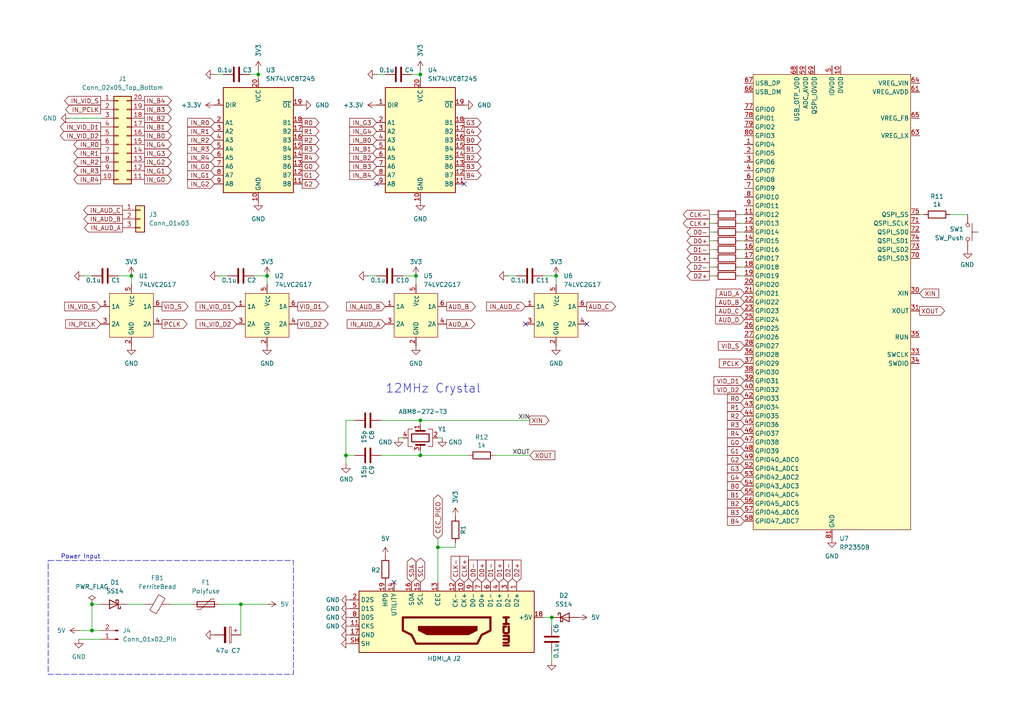
<source format=kicad_sch>
(kicad_sch (version 20250114) (generator "eeschema") (generator_version "9.0")
  (paper "A4")
  (rectangle (start 13.97 162.56) (end 85.09 195.58) (stroke (width 0) (type dash)))
  (text "Power Input" (at 23.368 161.544 0) (effects (font (size 1.27 1.27))))
  (text "12MHz Crystal" (at 111.76 114.3 0) (effects (font (size 2.54 2.54)) (justify left bottom)))
  (junction (at 38.1 80.01))
  (junction (at 160.02 179.07))
  (junction (at 26.67 175.26))
  (junction (at 127 158.75))
  (junction (at 161.29 80.01))
  (junction (at 121.92 132.08))
  (junction (at 121.92 121.92))
  (junction (at 69.85 175.26))
  (junction (at 121.92 21.59))
  (junction (at 100.33 132.08))
  (junction (at 120.65 80.01))
  (junction (at 26.67 182.88))
  (junction (at 74.93 21.59))
  (junction (at 77.47 80.01))
  (no_connect (at 134.62 53.34))
  (no_connect (at 170.18 93.98))
  (no_connect (at 109.22 53.34))
  (no_connect (at 114.3 168.91))
  (no_connect (at 152.4 93.98))
  (wire (pts (xy 214.63 64.77) (xy 215.9 64.77)))
  (wire (pts (xy 73.66 80.01) (xy 77.47 80.01)))
  (wire (pts (xy 149.86 80.01) (xy 147.32 80.01)))
  (wire (pts (xy 102.87 132.08) (xy 100.33 132.08)))
  (wire (pts (xy 160.02 179.07) (xy 157.48 179.07)))
  (wire (pts (xy 66.04 80.01) (xy 63.5 80.01)))
  (wire (pts (xy 110.49 132.08) (xy 121.92 132.08)))
  (wire (pts (xy 157.48 80.01) (xy 161.29 80.01)))
  (wire (pts (xy 121.92 130.81) (xy 121.92 132.08)))
  (wire (pts (xy 214.63 74.93) (xy 215.9 74.93)))
  (wire (pts (xy 143.51 132.08) (xy 153.67 132.08)))
  (wire (pts (xy 205.74 64.77) (xy 207.01 64.77)))
  (wire (pts (xy 36.83 175.26) (xy 41.91 175.26)))
  (wire (pts (xy 20.32 34.29) (xy 29.21 34.29)))
  (wire (pts (xy 214.63 69.85) (xy 215.9 69.85)))
  (wire (pts (xy 205.74 67.31) (xy 207.01 67.31)))
  (wire (pts (xy 38.1 80.01) (xy 38.1 82.55)))
  (wire (pts (xy 160.02 181.61) (xy 160.02 179.07)))
  (wire (pts (xy 110.49 121.92) (xy 121.92 121.92)))
  (wire (pts (xy 115.57 127) (xy 116.84 127)))
  (wire (pts (xy 127 127) (xy 128.27 127)))
  (wire (pts (xy 64.77 21.59) (xy 62.23 21.59)))
  (wire (pts (xy 266.7 62.23) (xy 267.97 62.23)))
  (wire (pts (xy 63.5 175.26) (xy 69.85 175.26)))
  (wire (pts (xy 26.67 182.88) (xy 22.86 182.88)))
  (wire (pts (xy 121.92 21.59) (xy 119.38 21.59)))
  (wire (pts (xy 102.87 121.92) (xy 100.33 121.92)))
  (wire (pts (xy 205.74 62.23) (xy 207.01 62.23)))
  (wire (pts (xy 74.93 20.32) (xy 74.93 21.59)))
  (wire (pts (xy 121.92 132.08) (xy 135.89 132.08)))
  (wire (pts (xy 121.92 21.59) (xy 121.92 22.86)))
  (wire (pts (xy 100.33 132.08) (xy 100.33 134.62)))
  (wire (pts (xy 205.74 80.01) (xy 207.01 80.01)))
  (wire (pts (xy 77.47 80.01) (xy 77.47 82.55)))
  (wire (pts (xy 29.21 182.88) (xy 26.67 182.88)))
  (wire (pts (xy 214.63 80.01) (xy 215.9 80.01)))
  (wire (pts (xy 74.93 21.59) (xy 74.93 22.86)))
  (wire (pts (xy 74.93 21.59) (xy 72.39 21.59)))
  (wire (pts (xy 160.02 191.77) (xy 160.02 189.23)))
  (wire (pts (xy 205.74 74.93) (xy 207.01 74.93)))
  (wire (pts (xy 132.08 157.48) (xy 132.08 158.75)))
  (wire (pts (xy 127 156.21) (xy 127 158.75)))
  (wire (pts (xy 69.85 184.15) (xy 69.85 175.26)))
  (wire (pts (xy 275.59 62.23) (xy 280.67 62.23)))
  (wire (pts (xy 121.92 121.92) (xy 153.67 121.92)))
  (wire (pts (xy 214.63 77.47) (xy 215.9 77.47)))
  (wire (pts (xy 121.92 123.19) (xy 121.92 121.92)))
  (wire (pts (xy 111.76 21.59) (xy 109.22 21.59)))
  (wire (pts (xy 26.67 175.26) (xy 26.67 182.88)))
  (wire (pts (xy 116.84 80.01) (xy 120.65 80.01)))
  (wire (pts (xy 34.29 80.01) (xy 38.1 80.01)))
  (wire (pts (xy 121.92 20.32) (xy 121.92 21.59)))
  (wire (pts (xy 205.74 77.47) (xy 207.01 77.47)))
  (wire (pts (xy 132.08 158.75) (xy 127 158.75)))
  (wire (pts (xy 100.33 121.92) (xy 100.33 132.08)))
  (wire (pts (xy 69.85 175.26) (xy 77.47 175.26)))
  (wire (pts (xy 109.22 80.01) (xy 106.68 80.01)))
  (wire (pts (xy 29.21 185.42) (xy 22.86 185.42)))
  (wire (pts (xy 161.29 80.01) (xy 161.29 82.55)))
  (wire (pts (xy 120.65 80.01) (xy 120.65 82.55)))
  (wire (pts (xy 214.63 67.31) (xy 215.9 67.31)))
  (wire (pts (xy 26.67 175.26) (xy 29.21 175.26)))
  (wire (pts (xy 205.74 69.85) (xy 207.01 69.85)))
  (wire (pts (xy 214.63 62.23) (xy 215.9 62.23)))
  (wire (pts (xy 214.63 72.39) (xy 215.9 72.39)))
  (wire (pts (xy 127 158.75) (xy 127 168.91)))
  (wire (pts (xy 205.74 72.39) (xy 207.01 72.39)))
  (wire (pts (xy 49.53 175.26) (xy 55.88 175.26)))
  (wire (pts (xy 26.67 80.01) (xy 24.13 80.01)))
  (label "XIN" (at 153.67 121.92 180))
  (label "XOUT" (at 153.67 132.08 180))
  (global_label "IN_G2" (shape output) (at 41.91 46.99 0) (property "Intersheetrefs" "${INTERSHEET_REFS}" (effects (hide yes))))
  (global_label "IN_G3" (shape output) (at 41.91 44.45 0) (property "Intersheetrefs" "${INTERSHEET_REFS}" (effects (hide yes))))
  (global_label "IN_B0" (shape output) (at 41.91 39.37 0) (property "Intersheetrefs" "${INTERSHEET_REFS}" (effects (hide yes))))
  (global_label "IN_B2" (shape output) (at 41.91 34.29 0) (property "Intersheetrefs" "${INTERSHEET_REFS}" (effects (hide yes))))
  (global_label "R2" (shape input) (at 215.9 120.65 180) (property "Intersheetrefs" "${INTERSHEET_REFS}" (effects (hide yes))))
  (global_label "B0" (shape output) (at 134.62 40.64 0) (property "Intersheetrefs" "${INTERSHEET_REFS}" (effects (hide yes))))
  (global_label "AUD_C" (shape output) (at 170.18 88.9 0) (property "Intersheetrefs" "${INTERSHEET_REFS}" (effects (hide yes))))
  (global_label "VID_D2" (shape input) (at 215.9 113.03 180) (property "Intersheetrefs" "${INTERSHEET_REFS}" (effects (hide yes))))
  (global_label "IN_AUD_A" (shape input) (at 111.76 93.98 180) (property "Intersheetrefs" "${INTERSHEET_REFS}" (effects (hide yes))))
  (global_label "R0" (shape output) (at 87.63 35.56 0) (property "Intersheetrefs" "${INTERSHEET_REFS}" (effects (hide yes))))
  (global_label "IN_G1" (shape output) (at 41.91 49.53 0) (property "Intersheetrefs" "${INTERSHEET_REFS}" (effects (hide yes))))
  (global_label "D0+" (shape output) (at 205.74 69.85 180) (property "Intersheetrefs" "${INTERSHEET_REFS}" (effects (hide yes))) (property "Netclass" "HDMI" (effects (hide yes))))
  (global_label "VID_D2" (shape output) (at 86.36 93.98 0) (property "Intersheetrefs" "${INTERSHEET_REFS}" (effects (hide yes))))
  (global_label "G2" (shape output) (at 87.63 53.34 0) (property "Intersheetrefs" "${INTERSHEET_REFS}" (effects (hide yes))))
  (global_label "VID_D1" (shape output) (at 86.36 88.9 0) (property "Intersheetrefs" "${INTERSHEET_REFS}" (effects (hide yes))))
  (global_label "VID_S" (shape output) (at 46.99 88.9 0) (property "Intersheetrefs" "${INTERSHEET_REFS}" (effects (hide yes))))
  (global_label "B4" (shape input) (at 215.9 151.13 180) (property "Intersheetrefs" "${INTERSHEET_REFS}" (effects (hide yes))))
  (global_label "SDA" (shape bidirectional) (at 119.38 168.91 90) (property "Intersheetrefs" "${INTERSHEET_REFS}" (effects (hide yes))))
  (global_label "IN_R4" (shape input) (at 62.23 45.72 180) (property "Intersheetrefs" "${INTERSHEET_REFS}" (effects (hide yes))))
  (global_label "G4" (shape output) (at 134.62 38.1 0) (property "Intersheetrefs" "${INTERSHEET_REFS}" (effects (hide yes))))
  (global_label "AUD_C" (shape input) (at 215.9 90.17 180) (property "Intersheetrefs" "${INTERSHEET_REFS}" (effects (hide yes))))
  (global_label "IN_VID_D2" (shape output) (at 29.21 39.37 180) (property "Intersheetrefs" "${INTERSHEET_REFS}" (effects (hide yes))))
  (global_label "D2-" (shape input) (at 147.32 168.91 90) (property "Intersheetrefs" "${INTERSHEET_REFS}" (effects (hide yes))) (property "Netclass" "HDMI" (effects (hide yes))))
  (global_label "IN_R1" (shape input) (at 62.23 38.1 180) (property "Intersheetrefs" "${INTERSHEET_REFS}" (effects (hide yes))))
  (global_label "IN_R2" (shape output) (at 29.21 46.99 180) (property "Intersheetrefs" "${INTERSHEET_REFS}" (effects (hide yes))))
  (global_label "G1" (shape input) (at 215.9 130.81 180) (property "Intersheetrefs" "${INTERSHEET_REFS}" (effects (hide yes))))
  (global_label "B0" (shape input) (at 215.9 140.97 180) (property "Intersheetrefs" "${INTERSHEET_REFS}" (effects (hide yes))))
  (global_label "B1" (shape input) (at 215.9 143.51 180) (property "Intersheetrefs" "${INTERSHEET_REFS}" (effects (hide yes))))
  (global_label "IN_B2" (shape input) (at 109.22 45.72 180) (property "Intersheetrefs" "${INTERSHEET_REFS}" (effects (hide yes))))
  (global_label "IN_AUD_B" (shape output) (at 35.56 63.5 180) (property "Intersheetrefs" "${INTERSHEET_REFS}" (effects (hide yes))))
  (global_label "IN_VID_D1" (shape input) (at 68.58 88.9 180) (property "Intersheetrefs" "${INTERSHEET_REFS}" (effects (hide yes))))
  (global_label "IN_B0" (shape input) (at 109.22 40.64 180) (property "Intersheetrefs" "${INTERSHEET_REFS}" (effects (hide yes))))
  (global_label "AUD_B" (shape output) (at 129.54 88.9 0) (property "Intersheetrefs" "${INTERSHEET_REFS}" (effects (hide yes))))
  (global_label "R0" (shape input) (at 215.9 115.57 180) (property "Intersheetrefs" "${INTERSHEET_REFS}" (effects (hide yes))))
  (global_label "IN_R0" (shape output) (at 29.21 41.91 180) (property "Intersheetrefs" "${INTERSHEET_REFS}" (effects (hide yes))))
  (global_label "B4" (shape output) (at 134.62 50.8 0) (property "Intersheetrefs" "${INTERSHEET_REFS}" (effects (hide yes))))
  (global_label "IN_G4" (shape input) (at 109.22 38.1 180) (property "Intersheetrefs" "${INTERSHEET_REFS}" (effects (hide yes))))
  (global_label "IN_B4" (shape output) (at 41.91 29.21 0) (property "Intersheetrefs" "${INTERSHEET_REFS}" (effects (hide yes))))
  (global_label "CLK-" (shape input) (at 132.08 168.91 90) (property "Intersheetrefs" "${INTERSHEET_REFS}" (effects (hide yes))) (property "Netclass" "HDMI" (effects (hide yes))))
  (global_label "AUD_B" (shape input) (at 215.9 87.63 180) (property "Intersheetrefs" "${INTERSHEET_REFS}" (effects (hide yes))))
  (global_label "IN_AUD_C" (shape output) (at 35.56 60.96 180) (property "Intersheetrefs" "${INTERSHEET_REFS}" (effects (hide yes))))
  (global_label "IN_VID_D2" (shape input) (at 68.58 93.98 180) (property "Intersheetrefs" "${INTERSHEET_REFS}" (effects (hide yes))))
  (global_label "IN_G3" (shape input) (at 109.22 35.56 180) (property "Intersheetrefs" "${INTERSHEET_REFS}" (effects (hide yes))))
  (global_label "IN_AUD_A" (shape output) (at 35.56 66.04 180) (property "Intersheetrefs" "${INTERSHEET_REFS}" (effects (hide yes))))
  (global_label "IN_AUD_B" (shape input) (at 111.76 88.9 180) (property "Intersheetrefs" "${INTERSHEET_REFS}" (effects (hide yes))))
  (global_label "IN_G1" (shape input) (at 62.23 50.8 180) (property "Intersheetrefs" "${INTERSHEET_REFS}" (effects (hide yes))))
  (global_label "R4" (shape output) (at 87.63 45.72 0) (property "Intersheetrefs" "${INTERSHEET_REFS}" (effects (hide yes))))
  (global_label "CLK+" (shape input) (at 134.62 168.91 90) (property "Intersheetrefs" "${INTERSHEET_REFS}" (effects (hide yes))) (property "Netclass" "HDMI" (effects (hide yes))))
  (global_label "IN_R3" (shape input) (at 62.23 43.18 180) (property "Intersheetrefs" "${INTERSHEET_REFS}" (effects (hide yes))))
  (global_label "D0+" (shape input) (at 139.7 168.91 90) (property "Intersheetrefs" "${INTERSHEET_REFS}" (effects (hide yes))) (property "Netclass" "HDMI" (effects (hide yes))))
  (global_label "CLK-" (shape output) (at 205.74 62.23 180) (property "Intersheetrefs" "${INTERSHEET_REFS}" (effects (hide yes))) (property "Netclass" "HDMI" (effects (hide yes))))
  (global_label "PCLK" (shape output) (at 46.99 93.98 0) (property "Intersheetrefs" "${INTERSHEET_REFS}" (effects (hide yes))))
  (global_label "IN_VID_D1" (shape output) (at 29.21 36.83 180) (property "Intersheetrefs" "${INTERSHEET_REFS}" (effects (hide yes))))
  (global_label "AUD_A" (shape input) (at 215.9 85.09 180) (property "Intersheetrefs" "${INTERSHEET_REFS}" (effects (hide yes))))
  (global_label "IN_G0" (shape output) (at 41.91 52.07 0) (property "Intersheetrefs" "${INTERSHEET_REFS}" (effects (hide yes))))
  (global_label "D2+" (shape output) (at 205.74 80.01 180) (property "Intersheetrefs" "${INTERSHEET_REFS}" (effects (hide yes))) (property "Netclass" "HDMI" (effects (hide yes))))
  (global_label "G1" (shape output) (at 87.63 50.8 0) (property "Intersheetrefs" "${INTERSHEET_REFS}" (effects (hide yes))))
  (global_label "R2" (shape output) (at 87.63 40.64 0) (property "Intersheetrefs" "${INTERSHEET_REFS}" (effects (hide yes))))
  (global_label "G3" (shape input) (at 215.9 135.89 180) (property "Intersheetrefs" "${INTERSHEET_REFS}" (effects (hide yes))))
  (global_label "IN_R1" (shape output) (at 29.21 44.45 180) (property "Intersheetrefs" "${INTERSHEET_REFS}" (effects (hide yes))))
  (global_label "R3" (shape input) (at 215.9 123.19 180) (property "Intersheetrefs" "${INTERSHEET_REFS}" (effects (hide yes))))
  (global_label "XIN" (shape input) (at 266.7 85.09 0) (property "Intersheetrefs" "${INTERSHEET_REFS}" (effects (hide yes))))
  (global_label "R1" (shape output) (at 87.63 38.1 0) (property "Intersheetrefs" "${INTERSHEET_REFS}" (effects (hide yes))))
  (global_label "D1-" (shape output) (at 205.74 72.39 180) (property "Intersheetrefs" "${INTERSHEET_REFS}" (effects (hide yes))) (property "Netclass" "HDMI" (effects (hide yes))))
  (global_label "IN_PCLK" (shape output) (at 29.21 31.75 180) (property "Intersheetrefs" "${INTERSHEET_REFS}" (effects (hide yes))))
  (global_label "R1" (shape input) (at 215.9 118.11 180) (property "Intersheetrefs" "${INTERSHEET_REFS}" (effects (hide yes))))
  (global_label "B1" (shape output) (at 134.62 43.18 0) (property "Intersheetrefs" "${INTERSHEET_REFS}" (effects (hide yes))))
  (global_label "PCLK" (shape input) (at 215.9 105.41 180) (property "Intersheetrefs" "${INTERSHEET_REFS}" (effects (hide yes))))
  (global_label "D1-" (shape input) (at 142.24 168.91 90) (property "Intersheetrefs" "${INTERSHEET_REFS}" (effects (hide yes))) (property "Netclass" "HDMI" (effects (hide yes))))
  (global_label "AUD_A" (shape output) (at 129.54 93.98 0) (property "Intersheetrefs" "${INTERSHEET_REFS}" (effects (hide yes))))
  (global_label "B3" (shape output) (at 134.62 48.26 0) (property "Intersheetrefs" "${INTERSHEET_REFS}" (effects (hide yes))))
  (global_label "IN_R2" (shape input) (at 62.23 40.64 180) (property "Intersheetrefs" "${INTERSHEET_REFS}" (effects (hide yes))))
  (global_label "G4" (shape input) (at 215.9 138.43 180) (property "Intersheetrefs" "${INTERSHEET_REFS}" (effects (hide yes))))
  (global_label "IN_PCLK" (shape input) (at 29.21 93.98 180) (property "Intersheetrefs" "${INTERSHEET_REFS}" (effects (hide yes))))
  (global_label "CLK+" (shape output) (at 205.74 64.77 180) (property "Intersheetrefs" "${INTERSHEET_REFS}" (effects (hide yes))) (property "Netclass" "HDMI" (effects (hide yes))))
  (global_label "IN_G2" (shape input) (at 62.23 53.34 180) (property "Intersheetrefs" "${INTERSHEET_REFS}" (effects (hide yes))))
  (global_label "R4" (shape input) (at 215.9 125.73 180) (property "Intersheetrefs" "${INTERSHEET_REFS}" (effects (hide yes))))
  (global_label "IN_VID_S" (shape output) (at 29.21 29.21 180) (property "Intersheetrefs" "${INTERSHEET_REFS}" (effects (hide yes))))
  (global_label "D0-" (shape input) (at 137.16 168.91 90) (property "Intersheetrefs" "${INTERSHEET_REFS}" (effects (hide yes))) (property "Netclass" "HDMI" (effects (hide yes))))
  (global_label "IN_B1" (shape input) (at 109.22 43.18 180) (property "Intersheetrefs" "${INTERSHEET_REFS}" (effects (hide yes))))
  (global_label "AUD_D" (shape input) (at 215.9 92.71 180) (property "Intersheetrefs" "${INTERSHEET_REFS}" (effects (hide yes))))
  (global_label "R3" (shape output) (at 87.63 43.18 0) (property "Intersheetrefs" "${INTERSHEET_REFS}" (effects (hide yes))))
  (global_label "SCL" (shape bidirectional) (at 121.92 168.91 90) (property "Intersheetrefs" "${INTERSHEET_REFS}" (effects (hide yes))))
  (global_label "D2-" (shape output) (at 205.74 77.47 180) (property "Intersheetrefs" "${INTERSHEET_REFS}" (effects (hide yes))) (property "Netclass" "HDMI" (effects (hide yes))))
  (global_label "XOUT" (shape input) (at 153.67 132.08 0) (property "Intersheetrefs" "${INTERSHEET_REFS}" (effects (hide yes))))
  (global_label "D0-" (shape output) (at 205.74 67.31 180) (property "Intersheetrefs" "${INTERSHEET_REFS}" (effects (hide yes))) (property "Netclass" "HDMI" (effects (hide yes))))
  (global_label "XOUT" (shape output) (at 266.7 90.17 0) (property "Intersheetrefs" "${INTERSHEET_REFS}" (effects (hide yes))))
  (global_label "B2" (shape output) (at 134.62 45.72 0) (property "Intersheetrefs" "${INTERSHEET_REFS}" (effects (hide yes))))
  (global_label "IN_B3" (shape input) (at 109.22 48.26 180) (property "Intersheetrefs" "${INTERSHEET_REFS}" (effects (hide yes))))
  (global_label "IN_B1" (shape output) (at 41.91 36.83 0) (property "Intersheetrefs" "${INTERSHEET_REFS}" (effects (hide yes))))
  (global_label "CEC_PICO" (shape bidirectional) (at 127 156.21 90) (property "Intersheetrefs" "${INTERSHEET_REFS}" (effects (hide yes))))
  (global_label "IN_R3" (shape output) (at 29.21 49.53 180) (property "Intersheetrefs" "${INTERSHEET_REFS}" (effects (hide yes))))
  (global_label "G3" (shape output) (at 134.62 35.56 0) (property "Intersheetrefs" "${INTERSHEET_REFS}" (effects (hide yes))))
  (global_label "IN_VID_S" (shape input) (at 29.21 88.9 180) (property "Intersheetrefs" "${INTERSHEET_REFS}" (effects (hide yes))))
  (global_label "IN_R4" (shape output) (at 29.21 52.07 180) (property "Intersheetrefs" "${INTERSHEET_REFS}" (effects (hide yes))))
  (global_label "IN_G4" (shape output) (at 41.91 41.91 0) (property "Intersheetrefs" "${INTERSHEET_REFS}" (effects (hide yes))))
  (global_label "D1+" (shape input) (at 144.78 168.91 90) (property "Intersheetrefs" "${INTERSHEET_REFS}" (effects (hide yes))) (property "Netclass" "HDMI" (effects (hide yes))))
  (global_label "B3" (shape input) (at 215.9 148.59 180) (property "Intersheetrefs" "${INTERSHEET_REFS}" (effects (hide yes))))
  (global_label "G0" (shape output) (at 87.63 48.26 0) (property "Intersheetrefs" "${INTERSHEET_REFS}" (effects (hide yes))))
  (global_label "VID_D1" (shape input) (at 215.9 110.49 180) (property "Intersheetrefs" "${INTERSHEET_REFS}" (effects (hide yes))))
  (global_label "B2" (shape input) (at 215.9 146.05 180) (property "Intersheetrefs" "${INTERSHEET_REFS}" (effects (hide yes))))
  (global_label "G2" (shape input) (at 215.9 133.35 180) (property "Intersheetrefs" "${INTERSHEET_REFS}" (effects (hide yes))))
  (global_label "XIN" (shape output) (at 153.67 121.92 0) (property "Intersheetrefs" "${INTERSHEET_REFS}" (effects (hide yes))))
  (global_label "IN_B3" (shape output) (at 41.91 31.75 0) (property "Intersheetrefs" "${INTERSHEET_REFS}" (effects (hide yes))))
  (global_label "IN_AUD_C" (shape input) (at 152.4 88.9 180) (property "Intersheetrefs" "${INTERSHEET_REFS}" (effects (hide yes))))
  (global_label "VID_S" (shape input) (at 215.9 100.33 180) (property "Intersheetrefs" "${INTERSHEET_REFS}" (effects (hide yes))))
  (global_label "IN_B4" (shape input) (at 109.22 50.8 180) (property "Intersheetrefs" "${INTERSHEET_REFS}" (effects (hide yes))))
  (global_label "G0" (shape input) (at 215.9 128.27 180) (property "Intersheetrefs" "${INTERSHEET_REFS}" (effects (hide yes))))
  (global_label "D2+" (shape input) (at 149.86 168.91 90) (property "Intersheetrefs" "${INTERSHEET_REFS}" (effects (hide yes))) (property "Netclass" "HDMI" (effects (hide yes))))
  (global_label "IN_R0" (shape input) (at 62.23 35.56 180) (property "Intersheetrefs" "${INTERSHEET_REFS}" (effects (hide yes))))
  (global_label "D1+" (shape output) (at 205.74 74.93 180) (property "Intersheetrefs" "${INTERSHEET_REFS}" (effects (hide yes))) (property "Netclass" "HDMI" (effects (hide yes))))
  (global_label "IN_G0" (shape input) (at 62.23 48.26 180) (property "Intersheetrefs" "${INTERSHEET_REFS}" (effects (hide yes))))
  (symbol (lib_id "Device:Crystal_GND24") (at 121.92 127 270) (unit 1)
    (property "Reference" "Y1" (at 127 124.46 90) (effects (justify left)))
    (property "Value" "ABM8-272-T3" (at 115.57 119.38 90) (effects (justify left)))
    (property "Footprint" "Crystal:Crystal_SMD_3225-4Pin_3.2x2.5mm" (effects (hide yes)))
  )
  (symbol (lib_id "Device:C") (at 113.03 80.01 270) (unit 1)
    (property "Reference" "C10" (at 114.808 81.28 90) (effects (justify left)))
    (property "Value" "0.1u" (at 107.442 81.28 90) (effects (justify left)))
    (property "Footprint" "Capacitor_SMD:C_0603_1608Metric" (effects (hide yes)))
  )
  (symbol (lib_id "Connector_Generic:Conn_02x10_Counter_Clockwise") (at 34.29 39.37 0) (unit 1)
    (property "Reference" "J1" (at 35.56 22.86 0))
    (property "Value" "Conn_02x05_Top_Bottom" (at 35.56 25.4 0))
    (property "Footprint" "Connector_FFC-FPC:TE_2-1734839-0_1x20-1MP_P0.5mm_Horizontal" (effects (hide yes)))
    (property "Description" "Generic connector, double row, 02x10, counter clockwise pin numbering scheme (similar to DIP package numbering), script generated (kicad-library-utils/schlib/autogen/connector/)" (effects (hide yes)))
  )
  (symbol (lib_id "pico-retrodigital:74LVC2G17_SINGLE") (at 161.29 91.44 0) (unit 1)
    (property "Reference" "U6" (at 163.4333 80.01 0) (effects (justify left)))
    (property "Value" "74LVC2G17" (at 163.4333 82.55 0) (effects (justify left)))
    (property "Footprint" "Package_TO_SOT_SMD:SOT-23-6" (effects (hide yes)))
    (property "Datasheet" "http://www.ti.com/lit/sg/scyt129e/scyt129e.pdf" (effects (hide yes)))
    (property "Description" "Dual Buffer, Schmitt Triggered, Low-Voltage CMOS" (effects (hide yes)))
  )
  (symbol (lib_id "power:GND") (at 77.47 100.33 0) (unit 1)
    (property "Reference" "#PWR015" (effects (hide yes)))
    (property "Value" "GND" (at 77.47 105.41 0))
    (property "Description" "Power symbol creates a global label with name \"GND\" , ground" (effects (hide yes)))
  )
  (symbol (lib_name "+5V_1") (lib_id "power:+5V") (at 22.86 182.88 90) (unit 1)
    (property "Reference" "#PWR025" (effects (hide yes)))
    (property "Value" "5V" (at 19.05 182.8799 90) (effects (justify left)))
    (property "Description" "Power symbol creates a global label with name \"+5V\"" (effects (hide yes)))
  )
  (symbol (lib_id "power:+3V3") (at 77.47 80.01 0) (unit 1)
    (property "Reference" "#PWR014" (effects (hide yes)))
    (property "Value" "3V3" (at 77.47 75.946 0))
    (property "Description" "Power symbol creates a global label with name \"+3V3\"" (effects (hide yes)))
  )
  (symbol (lib_id "Connector:Conn_01x02_Pin") (at 34.29 185.42 180) (unit 1)
    (property "Reference" "J4" (at 35.56 182.8799 0) (effects (justify right)))
    (property "Value" "Conn_01x02_Pin" (at 35.56 185.4199 0) (effects (justify right)))
    (property "Footprint" "Connector_PinHeader_2.54mm:PinHeader_1x02_P2.54mm_Vertical" (effects (hide yes)))
    (property "Description" "Generic connector, single row, 01x02, script generated" (effects (hide yes)))
  )
  (symbol (lib_id "Device:C") (at 30.48 80.01 270) (unit 1)
    (property "Reference" "C1" (at 32.258 81.28 90) (effects (justify left)))
    (property "Value" "0.1u" (at 24.892 81.28 90) (effects (justify left)))
    (property "Footprint" "Capacitor_SMD:C_0603_1608Metric" (effects (hide yes)))
  )
  (symbol (lib_id "power:+3.3V") (at 74.93 20.32 0) (unit 1)
    (property "Reference" "#PWR02" (effects (hide yes)))
    (property "Value" "3V3" (at 74.9299 16.51 90) (effects (justify left)))
    (property "Description" "Power symbol creates a global label with name \"+3.3V\"" (effects (hide yes)))
  )
  (symbol (lib_id "Device:C_Polarized") (at 66.04 184.15 270) (unit 1)
    (property "Reference" "C7" (at 67.056 188.722 90) (effects (justify left)))
    (property "Value" "47u" (at 62.484 188.722 90) (effects (justify left)))
    (property "Footprint" "Capacitor_THT:CP_Radial_D4.0mm_P2.00mm" (effects (hide yes)))
    (property "Description" "Polarized capacitor" (effects (hide yes)))
  )
  (symbol (lib_id "power:GND") (at 100.33 134.62 0) (unit 1)
    (property "Reference" "#PWR021" (effects (hide yes)))
    (property "Value" "GND" (at 100.457 139.0142 0))
  )
  (symbol (lib_id "Device:R") (at 271.78 62.23 90) (mirror x) (unit 1)
    (property "Reference" "R11" (at 271.78 56.9722 90))
    (property "Value" "1k" (at 271.78 59.2836 90))
    (property "Footprint" "Resistor_SMD:R_0402_1005Metric" (effects (hide yes)))
  )
  (symbol (lib_id "power:PWR_FLAG") (at 26.67 175.26 0) (unit 1)
    (property "Reference" "#FLG01" (effects (hide yes)))
    (property "Value" "PWR_FLAG" (at 26.67 170.18 0))
    (property "Description" "Special symbol for telling ERC where power comes from" (effects (hide yes)))
  )
  (symbol (lib_id "power:GND") (at 106.68 80.01 270) (unit 1)
    (property "Reference" "#PWR037" (effects (hide yes)))
    (property "Value" "GND" (effects (hide yes)))
  )
  (symbol (lib_id "Device:C") (at 160.02 185.42 0) (unit 1)
    (property "Reference" "C6" (at 161.29 183.642 90) (effects (justify left)))
    (property "Value" "0.1u" (at 161.29 191.008 90) (effects (justify left)))
    (property "Footprint" "Capacitor_SMD:C_0603_1608Metric" (effects (hide yes)))
  )
  (symbol (lib_id "power:GND") (at 120.65 100.33 0) (unit 1)
    (property "Reference" "#PWR046" (effects (hide yes)))
    (property "Value" "GND" (at 120.65 105.41 0))
    (property "Description" "Power symbol creates a global label with name \"GND\" , ground" (effects (hide yes)))
  )
  (symbol (lib_id "Logic_LevelTranslator:SN74LVC245APW") (at 121.92 40.64 0) (unit 1)
    (property "Reference" "U4" (at 124.0633 20.32 0) (effects (justify left)))
    (property "Value" "SN74LVC8T245" (at 124.0633 22.86 0) (effects (justify left)))
    (property "Footprint" "custom_components:TSSOP-20_4.4x6.5mm_Pitch0.65mm_Handsoldering" (effects (hide yes)))
    (property "Datasheet" "https://www.ti.com/lit/ds/scas218x/scas218x.pdf" (effects (hide yes)))
    (property "Description" "8-Bit Single-Supply Bus Transceiver With 5V tolerant input voltage and 3-State Outputs 24mA, TSSOP-20" (effects (hide yes)))
  )
  (symbol (lib_id "Device:R") (at 210.82 69.85 90) (unit 1)
    (property "Reference" "R6" (effects (hide yes)))
    (property "Value" "220" (effects (hide yes)))
    (property "Footprint" "Resistor_SMD:R_0201_0603Metric" (effects (hide yes)))
    (property "Description" "Resistor" (effects (hide yes)))
  )
  (symbol (lib_id "power:+5V") (at 77.47 175.26 270) (unit 1)
    (property "Reference" "#PWR026" (effects (hide yes)))
    (property "Value" "5V" (at 81.28 175.2599 90) (effects (justify left)))
    (property "Description" "Power symbol creates a global label with name \"+5V\"" (effects (hide yes)))
  )
  (symbol (lib_id "power:GND") (at 161.29 100.33 0) (unit 1)
    (property "Reference" "#PWR049" (effects (hide yes)))
    (property "Value" "GND" (at 161.29 105.41 0))
    (property "Description" "Power symbol creates a global label with name \"GND\" , ground" (effects (hide yes)))
  )
  (symbol (lib_id "Device:Polyfuse") (at 59.69 175.26 90) (unit 1)
    (property "Reference" "F1" (at 59.69 168.91 90))
    (property "Value" "Polyfuse" (at 59.69 171.45 90))
    (property "Footprint" "Capacitor_SMD:C_0603_1608Metric" (effects (hide yes)))
    (property "Description" "Resettable fuse, polymeric positive temperature coefficient" (effects (hide yes)))
  )
  (symbol (lib_id "Device:R") (at 210.82 67.31 90) (unit 1)
    (property "Reference" "R3" (effects (hide yes)))
    (property "Value" "220" (effects (hide yes)))
    (property "Footprint" "Resistor_SMD:R_0201_0603Metric" (effects (hide yes)))
    (property "Description" "Resistor" (effects (hide yes)))
  )
  (symbol (lib_id "power:GND") (at 62.23 184.15 270) (unit 1)
    (property "Reference" "#PWR028" (effects (hide yes)))
    (property "Value" "GND" (effects (hide yes)))
  )
  (symbol (lib_id "power:+3V3") (at 132.08 149.86 0) (unit 1)
    (property "Reference" "#PWR035" (effects (hide yes)))
    (property "Value" "3V3" (at 132.0801 146.05 90) (effects (justify left)))
    (property "Description" "Power symbol creates a global label with name \"+3V3\"" (effects (hide yes)))
  )
  (symbol (lib_id "Connector_Generic:Conn_01x03") (at 40.64 63.5 0) (unit 1)
    (property "Reference" "J3" (at 43.18 62.2299 0) (effects (justify left)))
    (property "Value" "Conn_01x03" (at 43.18 64.7699 0) (effects (justify left)))
    (property "Footprint" "Connector_PinHeader_2.54mm:PinHeader_1x03_P2.54mm_Vertical" (effects (hide yes)))
    (property "Description" "Generic connector, single row, 01x03, script generated (kicad-library-utils/schlib/autogen/connector/)" (effects (hide yes)))
  )
  (symbol (lib_id "Device:R") (at 210.82 64.77 90) (unit 1)
    (property "Reference" "R5" (effects (hide yes)))
    (property "Value" "220" (effects (hide yes)))
    (property "Footprint" "Resistor_SMD:R_0201_0603Metric" (effects (hide yes)))
    (property "Description" "Resistor" (effects (hide yes)))
  )
  (symbol (lib_id "power:GND") (at 109.22 21.59 270) (mirror x) (unit 1)
    (property "Reference" "#PWR019" (effects (hide yes)))
    (property "Value" "GND" (effects (hide yes)))
  )
  (symbol (lib_id "power:+5V") (at 111.76 161.29 0) (unit 1)
    (property "Reference" "#PWR036" (effects (hide yes)))
    (property "Value" "5V" (at 111.76 156.21 0))
    (property "Description" "Power symbol creates a global label with name \"+5V\"" (effects (hide yes)))
  )
  (symbol (lib_id "power:+3V3") (at 120.65 80.01 0) (unit 1)
    (property "Reference" "#PWR045" (effects (hide yes)))
    (property "Value" "3V3" (at 120.65 75.946 0))
    (property "Description" "Power symbol creates a global label with name \"+3V3\"" (effects (hide yes)))
  )
  (symbol (lib_id "Device:R") (at 210.82 77.47 90) (unit 1)
    (property "Reference" "R9" (effects (hide yes)))
    (property "Value" "220" (effects (hide yes)))
    (property "Footprint" "Resistor_SMD:R_0201_0603Metric" (effects (hide yes)))
    (property "Description" "Resistor" (effects (hide yes)))
  )
  (symbol (lib_id "pico-retrodigital:74LVC2G17_SINGLE") (at 38.1 91.44 0) (unit 1)
    (property "Reference" "U1" (at 40.2433 80.01 0) (effects (justify left)))
    (property "Value" "74LVC2G17" (at 40.2433 82.55 0) (effects (justify left)))
    (property "Footprint" "Package_TO_SOT_SMD:SOT-23-6" (effects (hide yes)))
    (property "Datasheet" "http://www.ti.com/lit/sg/scyt129e/scyt129e.pdf" (effects (hide yes)))
    (property "Description" "Dual Buffer, Schmitt Triggered, Low-Voltage CMOS" (effects (hide yes)))
  )
  (symbol (lib_id "Device:R") (at 210.82 62.23 90) (unit 1)
    (property "Reference" "R4" (effects (hide yes)))
    (property "Value" "220" (effects (hide yes)))
    (property "Footprint" "Resistor_SMD:R_0201_0603Metric" (effects (hide yes)))
    (property "Description" "Resistor" (effects (hide yes)))
  )
  (symbol (lib_id "Device:C") (at 68.58 21.59 270) (mirror x) (unit 1)
    (property "Reference" "C3" (at 70.358 20.32 90) (effects (justify left)))
    (property "Value" "0.1u" (at 62.992 20.32 90) (effects (justify left)))
    (property "Footprint" "Capacitor_SMD:C_0603_1608Metric" (effects (hide yes)))
  )
  (symbol (lib_id "Device:R") (at 210.82 72.39 90) (unit 1)
    (property "Reference" "R7" (effects (hide yes)))
    (property "Value" "220" (effects (hide yes)))
    (property "Footprint" "Resistor_SMD:R_0201_0603Metric" (effects (hide yes)))
    (property "Description" "Resistor" (effects (hide yes)))
  )
  (symbol (lib_id "power:GND") (at 160.02 191.77 0) (unit 1)
    (property "Reference" "#PWR029" (effects (hide yes)))
    (property "Value" "GND" (effects (hide yes)))
  )
  (symbol (lib_id "Device:R") (at 132.08 153.67 0) (unit 1)
    (property "Reference" "R1" (at 134.366 153.67 90))
    (property "Value" "27K" (effects (hide yes)))
    (property "Footprint" "Resistor_SMD:R_0603_1608Metric" (effects (hide yes)))
    (property "Description" "Resistor" (effects (hide yes)))
  )
  (symbol (lib_id "Device:R") (at 210.82 80.01 90) (unit 1)
    (property "Reference" "R10" (effects (hide yes)))
    (property "Value" "220" (effects (hide yes)))
    (property "Footprint" "Resistor_SMD:R_0201_0603Metric" (effects (hide yes)))
    (property "Description" "Resistor" (effects (hide yes)))
  )
  (symbol (lib_id "Diode:SS14") (at 33.02 175.26 180) (unit 1)
    (property "Reference" "D1" (at 33.3375 168.91 0))
    (property "Value" "SS14" (at 33.3375 171.45 0))
    (property "Footprint" "Diode_SMD:D_0603_1608Metric" (effects (hide yes)))
    (property "Datasheet" "https://www.vishay.com/docs/88746/ss12.pdf" (effects (hide yes)))
    (property "Description" "40V 1A Schottky Diode, SMA" (effects (hide yes)))
  )
  (symbol (lib_id "power:+3.3V") (at 109.22 30.48 90) (unit 1)
    (property "Reference" "#PWR011" (effects (hide yes)))
    (property "Value" "+3.3V" (at 105.41 30.4801 90) (effects (justify left)))
    (property "Description" "Power symbol creates a global label with name \"+3.3V\"" (effects (hide yes)))
  )
  (symbol (lib_id "power:GND") (at 38.1 100.33 0) (unit 1)
    (property "Reference" "#PWR041" (effects (hide yes)))
    (property "Value" "GND" (at 38.1 105.41 0))
    (property "Description" "Power symbol creates a global label with name \"GND\" , ground" (effects (hide yes)))
  )
  (symbol (lib_id "power:+3V3") (at 161.29 80.01 0) (unit 1)
    (property "Reference" "#PWR048" (effects (hide yes)))
    (property "Value" "3V3" (at 161.29 75.946 0))
    (property "Description" "Power symbol creates a global label with name \"+3V3\"" (effects (hide yes)))
  )
  (symbol (lib_id "Device:C") (at 115.57 21.59 270) (mirror x) (unit 1)
    (property "Reference" "C4" (at 117.348 20.32 90) (effects (justify left)))
    (property "Value" "0.1u" (at 109.982 20.32 90) (effects (justify left)))
    (property "Footprint" "Capacitor_SMD:C_0603_1608Metric" (effects (hide yes)))
  )
  (symbol (lib_id "power:GND") (at 101.6 173.99 270) (unit 1)
    (property "Reference" "#PWR032" (effects (hide yes)))
    (property "Value" "GND" (at 96.52 181.61 90))
    (property "Description" "Power symbol creates a global label with name \"GND\" , ground" (effects (hide yes)))
  )
  (symbol (lib_id "Device:C") (at 106.68 132.08 270) (unit 1)
    (property "Reference" "C9" (at 107.8484 135.001 0) (effects (justify left)))
    (property "Value" "15p" (at 105.537 135.001 0) (effects (justify left)))
    (property "Footprint" "Capacitor_SMD:C_0402_1005Metric" (effects (hide yes)))
  )
  (symbol (lib_id "Device:C") (at 69.85 80.01 270) (unit 1)
    (property "Reference" "C2" (at 71.628 81.28 90) (effects (justify left)))
    (property "Value" "0.1u" (at 64.262 81.28 90) (effects (justify left)))
    (property "Footprint" "Capacitor_SMD:C_0603_1608Metric" (effects (hide yes)))
  )
  (symbol (lib_id "power:GND") (at 101.6 186.69 270) (unit 1)
    (property "Reference" "#PWR039" (effects (hide yes)))
    (property "Value" "GND" (effects (hide yes)))
  )
  (symbol (lib_id "power:GND") (at 101.6 181.61 270) (unit 1)
    (property "Reference" "#PWR040" (effects (hide yes)))
    (property "Value" "GND" (at 96.52 173.99 90))
    (property "Description" "Power symbol creates a global label with name \"GND\" , ground" (effects (hide yes)))
  )
  (symbol (lib_id "power:GND") (at 115.57 127 0) (unit 1)
    (property "Reference" "#PWR030" (effects (hide yes)))
    (property "Value" "GND" (at 111.76 128.27 0))
  )
  (symbol (lib_id "power:+3.3V") (at 62.23 30.48 90) (unit 1)
    (property "Reference" "#PWR01" (effects (hide yes)))
    (property "Value" "+3.3V" (at 58.42 30.4801 90) (effects (justify left)))
    (property "Description" "Power symbol creates a global label with name \"+3.3V\"" (effects (hide yes)))
  )
  (symbol (lib_id "Diode:SS14") (at 163.83 179.07 0) (unit 1)
    (property "Reference" "D2" (at 163.5125 172.72 0))
    (property "Value" "SS14" (at 163.5125 175.26 0))
    (property "Footprint" "Diode_SMD:D_0603_1608Metric" (effects (hide yes)))
    (property "Datasheet" "https://www.vishay.com/docs/88746/ss12.pdf" (effects (hide yes)))
    (property "Description" "40V 1A Schottky Diode, SMA" (effects (hide yes)))
  )
  (symbol (lib_id "power:GND") (at 280.67 72.39 0) (mirror y) (unit 1)
    (property "Reference" "#PWR020" (effects (hide yes)))
    (property "Value" "GND" (at 280.543 76.7842 0))
  )
  (symbol (lib_id "power:GND") (at 87.63 30.48 90) (unit 1)
    (property "Reference" "#PWR06" (effects (hide yes)))
    (property "Value" "GND" (at 91.44 30.4799 90) (effects (justify right)))
    (property "Description" "Power symbol creates a global label with name \"GND\" , ground" (effects (hide yes)))
  )
  (symbol (lib_id "pico-retrodigital:74LVC2G17_SINGLE") (at 77.47 91.44 0) (unit 1)
    (property "Reference" "U2" (at 79.6133 80.01 0) (effects (justify left)))
    (property "Value" "74LVC2G17" (at 79.6133 82.55 0) (effects (justify left)))
    (property "Footprint" "Package_TO_SOT_SMD:SOT-23-6" (effects (hide yes)))
    (property "Datasheet" "http://www.ti.com/lit/sg/scyt129e/scyt129e.pdf" (effects (hide yes)))
    (property "Description" "Dual Buffer, Schmitt Triggered, Low-Voltage CMOS" (effects (hide yes)))
  )
  (symbol (lib_id "Device:FerriteBead") (at 45.72 175.26 90) (unit 1)
    (property "Reference" "FB1" (at 45.6692 167.64 90))
    (property "Value" "FerriteBead" (at 45.6692 170.18 90))
    (property "Footprint" "Capacitor_SMD:C_0603_1608Metric" (effects (hide yes)))
    (property "Description" "Ferrite bead" (effects (hide yes)))
  )
  (symbol (lib_id "power:GND") (at 121.92 58.42 0) (unit 1)
    (property "Reference" "#PWR010" (effects (hide yes)))
    (property "Value" "GND" (at 121.92 63.5 0))
    (property "Description" "Power symbol creates a global label with name \"GND\" , ground" (effects (hide yes)))
  )
  (symbol (lib_id "power:GND") (at 241.3 156.21 0) (unit 1)
    (property "Reference" "#PWR027" (effects (hide yes)))
    (property "Value" "GND" (at 241.3 161.29 0))
    (property "Description" "Power symbol creates a global label with name \"GND\" , ground" (effects (hide yes)))
  )
  (symbol (lib_id "power:+3V3") (at 38.1 80.01 0) (unit 1)
    (property "Reference" "#PWR038" (effects (hide yes)))
    (property "Value" "3V3" (at 38.1 75.946 0))
    (property "Description" "Power symbol creates a global label with name \"+3V3\"" (effects (hide yes)))
  )
  (symbol (lib_id "Device:R") (at 139.7 132.08 270) (unit 1)
    (property "Reference" "R12" (at 139.7 126.8222 90))
    (property "Value" "1k" (at 139.7 129.1336 90))
    (property "Footprint" "Resistor_SMD:R_0402_1005Metric" (effects (hide yes)))
  )
  (symbol (lib_id "Device:C") (at 153.67 80.01 270) (unit 1)
    (property "Reference" "C11" (at 155.448 81.28 90) (effects (justify left)))
    (property "Value" "0.1u" (at 148.082 81.28 90) (effects (justify left)))
    (property "Footprint" "Capacitor_SMD:C_0603_1608Metric" (effects (hide yes)))
  )
  (symbol (lib_id "Switch:SW_Push") (at 280.67 67.31 270) (mirror x) (unit 1)
    (property "Reference" "SW1" (at 279.527 66.4753 90) (effects (justify right)))
    (property "Value" "SW_Push" (at 279.527 69.0122 90) (effects (justify right)))
    (property "Footprint" "Button_Switch_SMD:SW_Push_1P1T_NO_Vertical_Wuerth_434133025816" (effects (hide yes)))
  )
  (symbol (lib_id "power:GND") (at 20.32 34.29 270) (mirror x) (unit 1)
    (property "Reference" "#PWR04" (effects (hide yes)))
    (property "Value" "GND" (at 16.51 34.2899 90) (effects (justify right)))
    (property "Description" "Power symbol creates a global label with name \"GND\" , ground" (effects (hide yes)))
  )
  (symbol (lib_id "power:GND") (at 134.62 30.48 90) (unit 1)
    (property "Reference" "#PWR012" (effects (hide yes)))
    (property "Value" "GND" (at 138.43 30.4799 90) (effects (justify right)))
    (property "Description" "Power symbol creates a global label with name \"GND\" , ground" (effects (hide yes)))
  )
  (symbol (lib_id "power:GND") (at 24.13 80.01 270) (unit 1)
    (property "Reference" "#PWR022" (effects (hide yes)))
    (property "Value" "GND" (effects (hide yes)))
  )
  (symbol (lib_id "Device:R") (at 111.76 165.1 0) (unit 1)
    (property "Reference" "R2" (at 108.966 165.354 0))
    (property "Value" "10K" (effects (hide yes)))
    (property "Footprint" "Resistor_SMD:R_0603_1608Metric" (effects (hide yes)))
    (property "Description" "Resistor" (effects (hide yes)))
  )
  (symbol (lib_id "power:+3.3V") (at 121.92 20.32 0) (mirror y) (unit 1)
    (property "Reference" "#PWR013" (effects (hide yes)))
    (property "Value" "3V3" (at 121.9201 16.51 90) (effects (justify left)))
    (property "Description" "Power symbol creates a global label with name \"+3.3V\"" (effects (hide yes)))
  )
  (symbol (lib_id "power:GND") (at 101.6 184.15 270) (unit 1)
    (property "Reference" "#PWR017" (effects (hide yes)))
    (property "Value" "GND" (effects (hide yes)))
  )
  (symbol (lib_id "Device:R") (at 210.82 74.93 90) (unit 1)
    (property "Reference" "R8" (effects (hide yes)))
    (property "Value" "220" (effects (hide yes)))
    (property "Footprint" "Resistor_SMD:R_0201_0603Metric" (effects (hide yes)))
    (property "Description" "Resistor" (effects (hide yes)))
  )
  (symbol (lib_id "power:GND") (at 63.5 80.01 270) (unit 1)
    (property "Reference" "#PWR08" (effects (hide yes)))
    (property "Value" "GND" (effects (hide yes)))
  )
  (symbol (lib_id "Connector:HDMI_A") (at 129.54 179.07 270) (unit 1)
    (property "Reference" "J2" (at 131.318 191.008 90) (effects (justify left)))
    (property "Value" "HDMI_A" (at 123.952 191.008 90) (effects (justify left)))
    (property "Footprint" "Connector_Video:HDMI_A_Molex_208658-1001_Horizontal" (effects (hide yes)))
    (property "Datasheet" "https://en.wikipedia.org/wiki/HDMI" (effects (hide yes)))
    (property "Description" "HDMI type A connector" (effects (hide yes)))
    (property "Net class" "Power" (effects (hide yes)))
  )
  (symbol (lib_id "power:GND") (at 147.32 80.01 270) (unit 1)
    (property "Reference" "#PWR047" (effects (hide yes)))
    (property "Value" "GND" (effects (hide yes)))
  )
  (symbol (lib_id "power:GND") (at 101.6 179.07 270) (unit 1)
    (property "Reference" "#PWR034" (effects (hide yes)))
    (property "Value" "GND" (at 96.52 176.53 90))
    (property "Description" "Power symbol creates a global label with name \"GND\" , ground" (effects (hide yes)))
  )
  (symbol (lib_id "rpi-lib-kicad-rp235x:RP2354B") (at 241.3 87.63 0) (unit 1)
    (property "Reference" "U7" (at 243.4433 156.21 0) (effects (justify left)))
    (property "Value" "RP2350B" (at 243.4433 158.75 0) (effects (justify left)))
    (property "Footprint" "rpi-lib-kicad-rp235x:QFN-80-1EP_10x10mm_P0.4mm_EP3.4x3.4mm_ThermalVias" (effects (hide yes)))
    (property "Datasheet" "https://datasheets.raspberrypi.com/rp2350/rp2350-datasheet.pdf" (effects (hide yes)))
    (property "Description" "A dual-architecture microcontroller by Raspberry Pi, 2MB internal flash" (effects (hide yes)))
  )
  (symbol (lib_id "Device:C") (at 106.68 121.92 270) (unit 1)
    (property "Reference" "C8" (at 107.8484 124.841 0) (effects (justify left)))
    (property "Value" "15p" (at 105.537 124.841 0) (effects (justify left)))
    (property "Footprint" "Capacitor_SMD:C_0402_1005Metric" (effects (hide yes)))
  )
  (symbol (lib_id "power:+5V") (at 167.64 179.07 270) (unit 1)
    (property "Reference" "#PWR016" (effects (hide yes)))
    (property "Value" "5V" (at 172.72 179.07 90))
    (property "Description" "Power symbol creates a global label with name \"+5V\"" (effects (hide yes)))
  )
  (symbol (lib_id "power:GND") (at 62.23 21.59 270) (mirror x) (unit 1)
    (property "Reference" "#PWR018" (effects (hide yes)))
    (property "Value" "GND" (effects (hide yes)))
  )
  (symbol (lib_id "power:GND") (at 22.86 185.42 0) (unit 1)
    (property "Reference" "#PWR023" (effects (hide yes)))
    (property "Value" "GND" (at 22.86 190.5 0))
    (property "Description" "Power symbol creates a global label with name \"GND\" , ground" (effects (hide yes)))
  )
  (symbol (lib_id "pico-retrodigital:74LVC2G17_SINGLE") (at 120.65 91.44 0) (unit 1)
    (property "Reference" "U5" (at 122.7933 80.01 0) (effects (justify left)))
    (property "Value" "74LVC2G17" (at 122.7933 82.55 0) (effects (justify left)))
    (property "Footprint" "Package_TO_SOT_SMD:SOT-23-6" (effects (hide yes)))
    (property "Datasheet" "http://www.ti.com/lit/sg/scyt129e/scyt129e.pdf" (effects (hide yes)))
    (property "Description" "Dual Buffer, Schmitt Triggered, Low-Voltage CMOS" (effects (hide yes)))
  )
  (symbol (lib_id "power:GND") (at 101.6 176.53 270) (unit 1)
    (property "Reference" "#PWR033" (effects (hide yes)))
    (property "Value" "GND" (at 96.52 179.07 90))
    (property "Description" "Power symbol creates a global label with name \"GND\" , ground" (effects (hide yes)))
  )
  (symbol (lib_id "power:GND") (at 74.93 58.42 0) (unit 1)
    (property "Reference" "#PWR09" (effects (hide yes)))
    (property "Value" "GND" (at 74.93 63.5 0))
    (property "Description" "Power symbol creates a global label with name \"GND\" , ground" (effects (hide yes)))
  )
  (symbol (lib_id "Logic_LevelTranslator:SN74LVC245APW") (at 74.93 40.64 0) (unit 1)
    (property "Reference" "U3" (at 77.0733 20.32 0) (effects (justify left)))
    (property "Value" "SN74LVC8T245" (at 77.0733 22.86 0) (effects (justify left)))
    (property "Footprint" "custom_components:TSSOP-20_4.4x6.5mm_Pitch0.65mm_Handsoldering" (effects (hide yes)))
    (property "Datasheet" "https://www.ti.com/lit/ds/scas218x/scas218x.pdf" (effects (hide yes)))
    (property "Description" "8-Bit Single-Supply Bus Transceiver With 5V tolerant input voltage and 3-State Outputs 24mA, TSSOP-20" (effects (hide yes)))
  )
  (symbol (lib_id "power:GND") (at 128.27 127 0) (unit 1)
    (property "Reference" "#PWR031" (effects (hide yes)))
    (property "Value" "GND" (at 132.08 128.27 0))
  )
)
</source>
